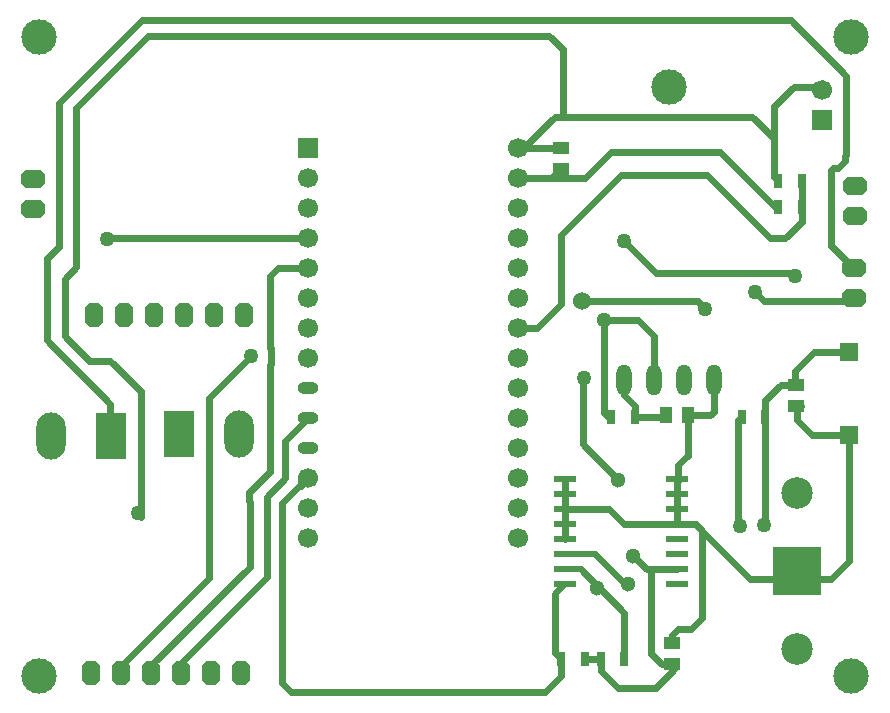
<source format=gtl>
%FSTAX25Y25*%
%MOIN*%
%SFA1B1*%

%IPPOS*%
%AMD44*
4,1,8,-0.030000,0.025000,-0.030000,-0.025000,-0.015000,-0.040000,0.015000,-0.040000,0.030000,-0.025000,0.030000,0.025000,0.015000,0.040000,-0.015000,0.040000,-0.030000,0.025000,0.0*
%
%AMD45*
4,1,8,-0.025000,-0.030000,0.025000,-0.030000,0.040000,-0.015000,0.040000,0.015000,0.025000,0.030000,-0.025000,0.030000,-0.040000,0.015000,-0.040000,-0.015000,-0.025000,-0.030000,0.0*
%
%ADD18R,0.057000X0.044000*%
%ADD19R,0.031500X0.051180*%
%ADD20R,0.044000X0.057000*%
%ADD21R,0.074000X0.021000*%
%ADD22R,0.159840X0.159840*%
%ADD23R,0.062990X0.062990*%
%ADD39C,0.023620*%
%ADD40C,0.019680*%
%ADD41C,0.060000*%
%ADD42O,0.098430X0.157480*%
%ADD43R,0.098430X0.157480*%
G04~CAMADD=44~4~0.0~0.0~800.0~600.0~0.0~150.0~0~0.0~0.0~0.0~0.0~0~0.0~0.0~0.0~0.0~0~0.0~0.0~0.0~90.0~600.0~800.0*
%ADD44D44*%
G04~CAMADD=45~4~0.0~0.0~800.0~600.0~0.0~150.0~0~0.0~0.0~0.0~0.0~0~0.0~0.0~0.0~0.0~0~0.0~0.0~0.0~180.0~800.0~600.0*
%ADD45D45*%
%ADD46C,0.118110*%
%ADD47O,0.051500X0.102990*%
%ADD48C,0.066930*%
%ADD49O,0.070870X0.039370*%
%ADD50R,0.066930X0.066930*%
%ADD51R,0.066930X0.066930*%
%ADD52C,0.105120*%
%ADD53C,0.050000*%
%ADD54C,0.051180*%
%LNriver_level_sensor_datalogger-1*%
%LPD*%
G54D18*
X0262271Y0106954D03*
Y0099854D03*
X01842Y018595D03*
Y017885D03*
X02212Y001385D03*
Y002095D03*
G54D19*
X0192037Y00155D03*
X0184163D03*
X0197263Y00158D03*
X0205137D03*
X0200763Y00964D03*
X0208637D03*
X0256363Y01749D03*
X0264237D03*
Y01663D03*
X0256363D03*
X0252137Y00964D03*
X0244263D03*
G54D20*
X021915Y00969D03*
X022625D03*
G54D21*
X018525Y00406D03*
Y00456D03*
Y00506D03*
Y00556D03*
Y00606D03*
Y00656D03*
Y00706D03*
Y00756D03*
X022255D03*
Y00706D03*
Y00656D03*
Y00606D03*
Y00556D03*
Y00506D03*
Y00456D03*
Y00406D03*
G54D22*
X0262665Y0045136D03*
G54D23*
X02802Y0117916D03*
Y0090357D03*
G54D39*
X0184172Y0134065D02*
Y0156872D01*
X0176007Y01259D02*
X0184172Y0134065D01*
X01697Y01259D02*
X0176007D01*
X0184172Y0156872D02*
X02042Y01769D01*
X0191109Y01349D02*
X0191206Y0134996D01*
X0229604*
X01697Y01359D02*
X0170604Y0134996D01*
X0066798Y0042774D02*
Y0102518D01*
X0037699Y0013674D02*
X0066798Y0042774D01*
Y0102518D02*
X0080775Y0116495D01*
X0086976Y0077952D02*
Y0113592D01*
X0080184Y0071161D02*
X0086976Y0077952D01*
X0092094Y0088294D02*
X00997Y00959D01*
X0092094Y0075832D02*
Y0088294D01*
X0085893Y0069631D02*
X0092094Y0075832D01*
X0085893Y0042872D02*
Y0069631D01*
X0097212Y0076D02*
X01015D01*
X0097212Y0073184D02*
Y0076D01*
X0096683Y0073184D02*
X0097212D01*
X009111Y006761D02*
X0096683Y0073184D01*
X009111Y0007491D02*
Y006761D01*
X0043888Y0063125D02*
Y0104858D01*
X0033728Y0115018D02*
X0043888Y0104858D01*
X002682Y0115018D02*
X0033728D01*
X0087212Y0113828D02*
Y0119161D01*
X0086976Y0113592D02*
X0087212Y0113828D01*
X0086976Y0119397D02*
Y0143168D01*
Y0119397D02*
X0087212Y0119161D01*
X0080184Y0068188D02*
Y0071161D01*
Y0068188D02*
X0080258Y0068114D01*
Y0046391D02*
Y0068114D01*
X0047409Y0013542D02*
X0080258Y0046391D01*
X0037699Y0011371D02*
Y0013674D01*
X0033826Y0089723D02*
Y0100774D01*
X0262074Y0111774D02*
X0268216Y0117916D01*
X0262074Y010695D02*
Y0111774D01*
X025725Y010695D02*
X0262074D01*
X0262861Y0098511D02*
X02642Y009985D01*
X0262861Y0095239D02*
Y0098511D01*
Y0095239D02*
X0267743Y0090357D01*
X0012777Y0121823D02*
X0033826Y0100774D01*
X001857Y0123268D02*
Y0142282D01*
Y0123268D02*
X002682Y0115018D01*
X001857Y0142282D02*
X0022507Y0146219D01*
Y0199469*
X0086976Y0143168D02*
X0089708Y01459D01*
X00167Y0153109D02*
Y02009D01*
X0012777Y0149186D02*
X00167Y0153109D01*
X0012777Y0121823D02*
Y0149186D01*
X0046483Y0223445D02*
X0180124D01*
X0184712Y0218857*
Y01964D02*
Y0218857D01*
X0044363Y0228563D02*
X0260537D01*
X0022507Y0199469D02*
X0046483Y0223445D01*
X0032842Y0155963D02*
X0032905Y01559D01*
X00997*
X0260537Y0228563D02*
X02792Y02099D01*
X00167Y02009D02*
X0044363Y0228563D01*
X0184712Y01964D02*
X0247863D01*
X01819D02*
X0184712D01*
X0037409Y0011081D02*
X0037699Y0011371D01*
X0089708Y01459D02*
X00997D01*
X0200805Y0184605D02*
X0236957D01*
X01922Y0176D02*
X0200805Y0184605D01*
X02432Y0095337D02*
X0244263Y00964D01*
X02432Y0060526D02*
Y0095337D01*
Y0060526D02*
X0243826Y00599D01*
X02437D02*
X0243826D01*
X02682Y00424D02*
X02742D01*
X02802Y00484*
Y0090357*
X0252137Y00604D02*
Y00964D01*
X02232Y00804D02*
X02262Y00834D01*
X022625Y008335*
Y00969*
X022255Y00656D02*
Y00706D01*
X022625Y00969D02*
X02338D01*
X02232Y00749D02*
Y00804D01*
X0252137Y0101837D02*
X025725Y010695D01*
X0252137Y00964D02*
Y0101837D01*
X0268216Y0117916D02*
X02802D01*
X0267743Y0090357D02*
X02802D01*
X02312Y005837D02*
X024717Y00424D01*
X0228983Y0060587D02*
X02312Y005837D01*
X024717Y00424D02*
X02627D01*
X02202Y00139D02*
X022185Y001225D01*
X0217632Y00139D02*
X02202D01*
X02142Y0017332D02*
X0217632Y00139D01*
X02142Y0017332D02*
Y00456D01*
X02156Y0006D02*
X022185Y001225D01*
X02487Y01379D02*
X02517Y01349D01*
X02052Y01549D02*
X0215763Y0144337D01*
X0261263*
X02622Y01434*
X02807Y01349D02*
X02817Y01359D01*
X02517Y01349D02*
X02807D01*
X02142Y00456D02*
X022255D01*
X02126D02*
X02142D01*
X02338Y00969D02*
X0235Y00981D01*
X01994Y00967D02*
X01997D01*
X0198488Y0097612D02*
X01994Y00967D01*
X0198488Y0097612D02*
Y01285D01*
X01715Y0186D02*
X0183487D01*
X01841Y0185387*
X0205137Y00158D02*
Y0031031D01*
X0190581Y0045587D02*
X0205137Y0031031D01*
X01821Y0017563D02*
X0184163Y00155D01*
X01821Y0017563D02*
Y003745D01*
X01015Y0075744D02*
Y0076D01*
X01953Y00506D02*
X020555Y004035D01*
X018525Y00556D02*
Y00606D01*
Y00656*
Y00706*
Y00756*
Y00656D02*
X02002D01*
X02052Y00606D02*
X022255D01*
X02002Y00656D02*
X02052Y00606D01*
X0180887Y0176D02*
X01841Y0179213D01*
X0221Y00206D02*
Y00237D01*
X02229Y00256*
X022255Y00606D02*
X0222563Y0060587D01*
X022255Y00606D02*
Y00656D01*
Y00706D02*
Y00752D01*
X022735Y00256D02*
X02312Y002945D01*
X02229Y00256D02*
X022735D01*
X0222563Y0060587D02*
X0228983D01*
X02312Y002945D02*
Y005837D01*
X022235Y00754D02*
X022255Y00752D01*
X0235Y00981D02*
Y01088D01*
X0255261Y01663D02*
X0256363D01*
X0215Y01088D02*
Y01233D01*
X02098Y01285D02*
X0215Y01233D01*
X0198488Y01285D02*
X02098D01*
X0264237Y01663D02*
Y01749D01*
X0197263Y0011737D02*
Y00158D01*
X0203Y0006D02*
X02156D01*
X0197263Y0011737D02*
X0203Y0006D01*
X0192337Y00158D02*
X0197263D01*
X02082Y005D02*
X02126Y00456D01*
X00941Y00045D02*
X01788D01*
X0184163Y0009863*
Y00155*
X01715Y0186D02*
X01819Y01964D01*
X0264237Y01614D02*
Y01663D01*
X0258737Y01559D02*
X0264237Y01614D01*
X01715Y0176D02*
X0180887D01*
X01922*
X02327Y01769D02*
X02537Y01559D01*
X0258737*
X0229604Y0134996D02*
X02322Y01324D01*
X0261594Y0206455D02*
X0270086D01*
X0271129Y0207498*
X02792Y0183817D02*
Y02099D01*
X0254987Y01844D02*
Y0199848D01*
X0261594Y0206455*
X0254889Y0176374D02*
X0256363Y01749D01*
X0254889Y0176374D02*
Y0189374D01*
X0247863Y01964D02*
X0254889Y0189374D01*
X0236957Y0184605D02*
X0255261Y01663D01*
X02042Y01769D02*
X02327D01*
X009111Y0007491D02*
X00941Y00045D01*
X0047409Y0011081D02*
Y0013542D01*
X0057409Y0011081D02*
Y0014388D01*
X0085893Y0042872*
X0191436Y0087164D02*
X02032Y00754D01*
X0191436Y0087164D02*
Y0109309D01*
X0205Y0103687D02*
Y01088D01*
Y0103687D02*
X0208637Y010005D01*
Y00964D02*
Y010005D01*
Y00964D02*
X021865D01*
X021915Y00969*
X027418Y015342D02*
X02817Y01459D01*
X027418Y015342D02*
Y0178798D01*
X0274755Y0179372*
X0276413*
X0278719Y0181679*
Y0183336*
X02792Y0183817*
G54D40*
X0185263Y0045587D02*
X0190581D01*
X01821Y003745D02*
X018525Y00406D01*
Y00506D02*
X01953D01*
G54D41*
X0191109Y01349D03*
G54D42*
X0076657Y0090695D03*
X0013928Y0089833D03*
G54D43*
X0056657Y0090695D03*
X0033928Y0089833D03*
G54D44*
X0028295Y0130372D03*
X0038295D03*
X0048294D03*
X0058294D03*
X0078294D03*
X0068295D03*
X0027409Y0011081D03*
X0037409D03*
X0047409D03*
X0057409D03*
X0077409D03*
X0067409D03*
G54D45*
X02817Y01359D03*
Y01459D03*
X02822Y01734D03*
Y01634D03*
X0008137Y016555D03*
Y017555D03*
G54D46*
X022Y02063D03*
X0010007Y022299D03*
X0280775D03*
X0010007Y0009998D03*
X02807Y00099D03*
G54D47*
X0235Y01088D03*
X0225D03*
X0215D03*
X0205D03*
G54D48*
X01697Y00559D03*
Y00659D03*
Y00759D03*
Y00859D03*
Y00959D03*
Y01059D03*
Y01159D03*
Y01259D03*
Y01359D03*
Y01459D03*
Y01559D03*
Y01659D03*
Y01759D03*
X00997Y00559D03*
Y00659D03*
Y00759D03*
Y01159D03*
Y01259D03*
Y01359D03*
Y01459D03*
Y01559D03*
Y01659D03*
Y01759D03*
X01697Y01859D03*
X0271031Y0205432D03*
G54D49*
X00997Y00859D03*
Y00959D03*
Y01059D03*
G54D50*
X00997Y01859D03*
G54D51*
X0271031Y0195431D03*
G54D52*
X0262665Y0019132D03*
Y007114D03*
G54D53*
X0080775Y0116495D03*
X0043176Y0064428D03*
X0032842Y0155569D03*
X02517Y00604D03*
X02437Y00599D03*
X02487Y01379D03*
X02052Y01549D03*
X02622Y01434D03*
X02322Y01324D03*
X0191602Y0109309D03*
G54D54*
X01962Y00394D03*
X02032Y00754D03*
X02064Y00405D03*
X0198488Y01285D03*
X02082Y005D03*
M02*
</source>
